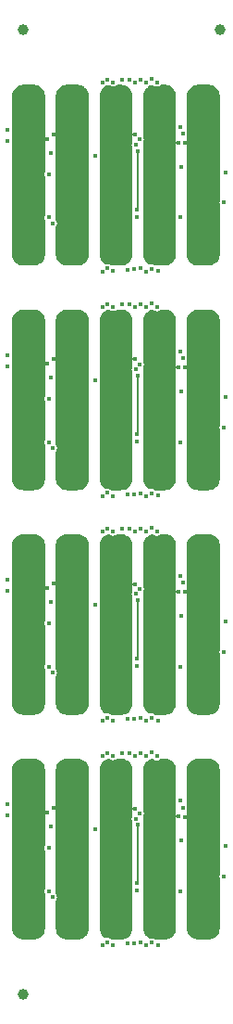
<source format=gbr>
%TF.GenerationSoftware,KiCad,Pcbnew,7.0.2-6a45011f42~172~ubuntu22.04.1*%
%TF.CreationDate,2023-05-08T14:44:33+01:00*%
%TF.ProjectId,panel,70616e65-6c2e-46b6-9963-61645f706362,rev?*%
%TF.SameCoordinates,Original*%
%TF.FileFunction,Copper,L4,Bot*%
%TF.FilePolarity,Positive*%
%FSLAX46Y46*%
G04 Gerber Fmt 4.6, Leading zero omitted, Abs format (unit mm)*
G04 Created by KiCad (PCBNEW 7.0.2-6a45011f42~172~ubuntu22.04.1) date 2023-05-08 14:44:33*
%MOMM*%
%LPD*%
G01*
G04 APERTURE LIST*
%TA.AperFunction,SMDPad,CuDef*%
%ADD10C,1.000000*%
%TD*%
%TA.AperFunction,ViaPad*%
%ADD11C,0.400000*%
%TD*%
%TA.AperFunction,Conductor*%
%ADD12C,0.127000*%
%TD*%
G04 APERTURE END LIST*
D10*
%TO.P,REF\u002A\u002A,*%
%TO.N,*%
X9000000Y-91000004D03*
%TD*%
%TO.P,REF\u002A\u002A,*%
%TO.N,*%
X27000001Y-3000000D03*
%TD*%
%TO.P,REF\u002A\u002A,*%
%TO.N,*%
X9000000Y-3000000D03*
%TD*%
D11*
%TO.N,Board_3-SCLK*%
X19250001Y-69260004D03*
X19130001Y-86340004D03*
%TO.N,Board_3-RESETB*%
X17250001Y-69250004D03*
X11360002Y-77650003D03*
X17227586Y-86509995D03*
%TO.N,Board_3-IN_ref*%
X19420001Y-80870004D03*
X19510001Y-75540004D03*
%TO.N,Board_3-IN5*%
X11220001Y-74460004D03*
X19350001Y-74980004D03*
%TO.N,Board_3-IN4*%
X19660001Y-74490004D03*
X11810001Y-74000004D03*
%TO.N,Board_3-IN3*%
X19260001Y-74060004D03*
%TO.N,Board_3-IN2*%
X23210001Y-74800004D03*
%TO.N,Board_3-IN1*%
X23790001Y-74810004D03*
%TO.N,Board_3-I2C_SDA*%
X16259931Y-86520248D03*
X7600002Y-74660003D03*
X16250001Y-69260004D03*
%TO.N,Board_3-I2C_SCL*%
X16740002Y-86250003D03*
X16739428Y-69010005D03*
%TO.N,Board_3-GND*%
X23510000Y-77000003D03*
X7590002Y-73640003D03*
X19420001Y-81540004D03*
X20750001Y-86284600D03*
X18020002Y-69020003D03*
X11360002Y-81600003D03*
X27380001Y-80250004D03*
X20750001Y-68930004D03*
%TO.N,Board_3-D_RDYB*%
X23360001Y-81600004D03*
X11690001Y-82140004D03*
%TO.N,Board_3-DOUT*%
X21250001Y-69260004D03*
X21340001Y-86500004D03*
%TO.N,Board_3-DIN*%
X20250001Y-69260004D03*
X20240001Y-86560004D03*
%TO.N,Board_3-AUX2*%
X19740001Y-86255226D03*
X19750001Y-69020004D03*
X27500001Y-77500004D03*
%TO.N,Board_3-AUX1*%
X18750001Y-69010004D03*
X23620001Y-73960004D03*
X18530001Y-86350004D03*
%TO.N,Board_3-+3.3V*%
X15640001Y-75950004D03*
X23370001Y-73340004D03*
X11500002Y-75730003D03*
%TO.N,Board_2-SCLK*%
X19130001Y-65840003D03*
X19250001Y-48760003D03*
%TO.N,Board_2-RESETB*%
X11360002Y-57150002D03*
X17227586Y-66009994D03*
X17250001Y-48750003D03*
%TO.N,Board_2-IN_ref*%
X19510001Y-55040003D03*
X19420001Y-60370003D03*
%TO.N,Board_2-IN5*%
X19350001Y-54480003D03*
X11220001Y-53960003D03*
%TO.N,Board_2-IN4*%
X19660001Y-53990003D03*
X11810001Y-53500003D03*
%TO.N,Board_2-IN3*%
X19260001Y-53560003D03*
%TO.N,Board_2-IN2*%
X23210001Y-54300003D03*
%TO.N,Board_2-IN1*%
X23790001Y-54310003D03*
%TO.N,Board_2-I2C_SDA*%
X16259931Y-66020247D03*
X16250001Y-48760003D03*
X7600002Y-54160002D03*
%TO.N,Board_2-I2C_SCL*%
X16739428Y-48510004D03*
X16740002Y-65750002D03*
%TO.N,Board_2-GND*%
X27380001Y-59750003D03*
X18020002Y-48520002D03*
X11360002Y-61100002D03*
X20750001Y-48430003D03*
X23510000Y-56500002D03*
X19420001Y-61040003D03*
X7590002Y-53140002D03*
X20750001Y-65784599D03*
%TO.N,Board_2-D_RDYB*%
X23360001Y-61100003D03*
X11690001Y-61640003D03*
%TO.N,Board_2-DOUT*%
X21340001Y-66000003D03*
X21250001Y-48760003D03*
%TO.N,Board_2-DIN*%
X20240001Y-66060003D03*
X20250001Y-48760003D03*
%TO.N,Board_2-AUX2*%
X27500001Y-57000003D03*
X19750001Y-48520003D03*
X19740001Y-65755225D03*
%TO.N,Board_2-AUX1*%
X18750001Y-48510003D03*
X18530001Y-65850003D03*
X23620001Y-53460003D03*
%TO.N,Board_2-+3.3V*%
X11500002Y-55230002D03*
X15640001Y-55450003D03*
X23370001Y-52840003D03*
%TO.N,Board_1-SCLK*%
X19250001Y-28260002D03*
X19130001Y-45340002D03*
%TO.N,Board_1-RESETB*%
X11360002Y-36650001D03*
X17227586Y-45509993D03*
X17250001Y-28250002D03*
%TO.N,Board_1-IN_ref*%
X19510001Y-34540002D03*
X19420001Y-39870002D03*
%TO.N,Board_1-IN5*%
X19350001Y-33980002D03*
X11220001Y-33460002D03*
%TO.N,Board_1-IN4*%
X19660001Y-33490002D03*
X11810001Y-33000002D03*
%TO.N,Board_1-IN3*%
X19260001Y-33060002D03*
%TO.N,Board_1-IN2*%
X23210001Y-33800002D03*
%TO.N,Board_1-IN1*%
X23790001Y-33810002D03*
%TO.N,Board_1-I2C_SDA*%
X16250001Y-28260002D03*
X7600002Y-33660001D03*
X16259931Y-45520246D03*
%TO.N,Board_1-I2C_SCL*%
X16739428Y-28010003D03*
X16740002Y-45250001D03*
%TO.N,Board_1-GND*%
X20750001Y-27930002D03*
X23510000Y-36000001D03*
X7590002Y-32640001D03*
X20750001Y-45284598D03*
X27380001Y-39250002D03*
X18020002Y-28020001D03*
X11360002Y-40600001D03*
X19420001Y-40540002D03*
%TO.N,Board_1-D_RDYB*%
X11690001Y-41140002D03*
X23360001Y-40600002D03*
%TO.N,Board_1-DOUT*%
X21340001Y-45500002D03*
X21250001Y-28260002D03*
%TO.N,Board_1-DIN*%
X20240001Y-45560002D03*
X20250001Y-28260002D03*
%TO.N,Board_1-AUX2*%
X19750001Y-28020002D03*
X19740001Y-45255224D03*
X27500001Y-36500002D03*
%TO.N,Board_1-AUX1*%
X18750001Y-28010002D03*
X23620001Y-32960002D03*
X18530001Y-45350002D03*
%TO.N,Board_1-+3.3V*%
X23370001Y-32340002D03*
X15640001Y-34950002D03*
X11500002Y-34730001D03*
%TO.N,Board_0-SCLK*%
X19130001Y-24840001D03*
X19250001Y-7760001D03*
%TO.N,Board_0-RESETB*%
X17250001Y-7750001D03*
X11360002Y-16150000D03*
X17227586Y-25009992D03*
%TO.N,Board_0-IN_ref*%
X19510001Y-14040001D03*
X19420001Y-19370001D03*
%TO.N,Board_0-IN5*%
X19350001Y-13480001D03*
X11220001Y-12960001D03*
%TO.N,Board_0-IN4*%
X11810001Y-12500001D03*
X19660001Y-12990001D03*
%TO.N,Board_0-IN3*%
X19260001Y-12560001D03*
%TO.N,Board_0-IN2*%
X23210001Y-13300001D03*
%TO.N,Board_0-IN1*%
X23790001Y-13310001D03*
%TO.N,Board_0-I2C_SDA*%
X16259931Y-25020245D03*
X16250001Y-7760001D03*
X7600002Y-13160000D03*
%TO.N,Board_0-I2C_SCL*%
X16739428Y-7510002D03*
X16740002Y-24750000D03*
%TO.N,Board_0-GND*%
X18020002Y-7520000D03*
X27380001Y-18750001D03*
X20750001Y-24784597D03*
X11360002Y-20100000D03*
X19420001Y-20040001D03*
X7590002Y-12140000D03*
X20750001Y-7430001D03*
X23510000Y-15500000D03*
%TO.N,Board_0-D_RDYB*%
X23360001Y-20100001D03*
X11690001Y-20640001D03*
%TO.N,Board_0-DOUT*%
X21250001Y-7760001D03*
X21340001Y-25000001D03*
%TO.N,Board_0-DIN*%
X20240001Y-25060001D03*
X20250001Y-7760001D03*
%TO.N,Board_0-AUX2*%
X19740001Y-24755223D03*
X19750001Y-7520001D03*
X27500001Y-16000001D03*
%TO.N,Board_0-AUX1*%
X18530001Y-24850001D03*
X23620001Y-12460001D03*
X18750001Y-7510001D03*
%TO.N,Board_0-+3.3V*%
X11500002Y-14230000D03*
X23370001Y-11840001D03*
X15640001Y-14450001D03*
%TD*%
D12*
%TO.N,Board_3-IN_ref*%
X19420001Y-80870004D02*
X19510001Y-80780004D01*
X19510001Y-80780004D02*
X19510001Y-75540004D01*
%TO.N,Board_3-IN5*%
X11220001Y-74460004D02*
X10860001Y-74460004D01*
%TO.N,Board_3-IN4*%
X11810001Y-74000004D02*
X12140001Y-74000004D01*
%TO.N,Board_3-IN3*%
X19260001Y-74060004D02*
X18840001Y-74060004D01*
%TO.N,Board_3-IN2*%
X23210001Y-74800004D02*
X22880001Y-74800004D01*
%TO.N,Board_3-IN1*%
X23790001Y-74810004D02*
X24120001Y-74810004D01*
%TO.N,Board_2-IN_ref*%
X19420001Y-60370003D02*
X19510001Y-60280003D01*
X19510001Y-60280003D02*
X19510001Y-55040003D01*
%TO.N,Board_2-IN5*%
X11220001Y-53960003D02*
X10860001Y-53960003D01*
%TO.N,Board_2-IN4*%
X11810001Y-53500003D02*
X12140001Y-53500003D01*
%TO.N,Board_2-IN3*%
X19260001Y-53560003D02*
X18840001Y-53560003D01*
%TO.N,Board_2-IN2*%
X23210001Y-54300003D02*
X22880001Y-54300003D01*
%TO.N,Board_2-IN1*%
X23790001Y-54310003D02*
X24120001Y-54310003D01*
%TO.N,Board_1-IN_ref*%
X19510001Y-39780002D02*
X19510001Y-34540002D01*
X19420001Y-39870002D02*
X19510001Y-39780002D01*
%TO.N,Board_1-IN5*%
X11220001Y-33460002D02*
X10860001Y-33460002D01*
%TO.N,Board_1-IN4*%
X11810001Y-33000002D02*
X12140001Y-33000002D01*
%TO.N,Board_1-IN3*%
X19260001Y-33060002D02*
X18840001Y-33060002D01*
%TO.N,Board_1-IN2*%
X23210001Y-33800002D02*
X22880001Y-33800002D01*
%TO.N,Board_1-IN1*%
X23790001Y-33810002D02*
X24120001Y-33810002D01*
%TO.N,Board_0-IN_ref*%
X19510001Y-19280001D02*
X19510001Y-14040001D01*
X19420001Y-19370001D02*
X19510001Y-19280001D01*
%TO.N,Board_0-IN5*%
X11220001Y-12960001D02*
X10860001Y-12960001D01*
%TO.N,Board_0-IN4*%
X11810001Y-12500001D02*
X12140001Y-12500001D01*
%TO.N,Board_0-IN3*%
X19260001Y-12560001D02*
X18840001Y-12560001D01*
%TO.N,Board_0-IN2*%
X23210001Y-13300001D02*
X22880001Y-13300001D01*
%TO.N,Board_0-IN1*%
X23790001Y-13310001D02*
X24120001Y-13310001D01*
%TD*%
%TA.AperFunction,Conductor*%
%TO.N,Board_1-IN5*%
G36*
X10006163Y-28500608D02*
G01*
X10182741Y-28518000D01*
X10206960Y-28522817D01*
X10370816Y-28572522D01*
X10393623Y-28581969D01*
X10519154Y-28649066D01*
X10544628Y-28662683D01*
X10565166Y-28676406D01*
X10697515Y-28785022D01*
X10714980Y-28802487D01*
X10823596Y-28934836D01*
X10837319Y-28955374D01*
X10918030Y-29106372D01*
X10927483Y-29129193D01*
X10977184Y-29293039D01*
X10982002Y-29317263D01*
X10999394Y-29493838D01*
X11000001Y-29506189D01*
X11000001Y-36444115D01*
X10986268Y-36501317D01*
X10974356Y-36524695D01*
X10954509Y-36650001D01*
X10974355Y-36775304D01*
X10974356Y-36775305D01*
X10986267Y-36798682D01*
X11000001Y-36855885D01*
X11000001Y-40394115D01*
X10986268Y-40451317D01*
X10974356Y-40474695D01*
X10954509Y-40600001D01*
X10974355Y-40725304D01*
X10974356Y-40725305D01*
X10986267Y-40748682D01*
X11000001Y-40805885D01*
X11000001Y-43993814D01*
X10999394Y-44006165D01*
X10982002Y-44182740D01*
X10977184Y-44206964D01*
X10927483Y-44370810D01*
X10918030Y-44393631D01*
X10837319Y-44544629D01*
X10823596Y-44565167D01*
X10714980Y-44697516D01*
X10697515Y-44714981D01*
X10565166Y-44823597D01*
X10544628Y-44837320D01*
X10393630Y-44918031D01*
X10370809Y-44927484D01*
X10206963Y-44977185D01*
X10182739Y-44982003D01*
X10034274Y-44996626D01*
X10006162Y-44999395D01*
X9993814Y-45000002D01*
X9006188Y-45000002D01*
X8993839Y-44999395D01*
X8961096Y-44996170D01*
X8817262Y-44982003D01*
X8793038Y-44977185D01*
X8629192Y-44927484D01*
X8606373Y-44918032D01*
X8558012Y-44892182D01*
X8455373Y-44837320D01*
X8434835Y-44823597D01*
X8302486Y-44714981D01*
X8285021Y-44697516D01*
X8176405Y-44565167D01*
X8162682Y-44544629D01*
X8149065Y-44519155D01*
X8081968Y-44393624D01*
X8072521Y-44370817D01*
X8022816Y-44206961D01*
X8017999Y-44182739D01*
X8000608Y-44006164D01*
X8000001Y-43993814D01*
X8000001Y-33704600D01*
X8001552Y-33684889D01*
X8005494Y-33660000D01*
X8001552Y-33635112D01*
X8000001Y-33615401D01*
X8000001Y-29506189D01*
X8000608Y-29493839D01*
X8017999Y-29317264D01*
X8018000Y-29317263D01*
X8017999Y-29317259D01*
X8022815Y-29293044D01*
X8072522Y-29129183D01*
X8081966Y-29106382D01*
X8162683Y-28955371D01*
X8176399Y-28934844D01*
X8285026Y-28802481D01*
X8302480Y-28785027D01*
X8434843Y-28676400D01*
X8455370Y-28662684D01*
X8606381Y-28581967D01*
X8629182Y-28572523D01*
X8793043Y-28522816D01*
X8817258Y-28518000D01*
X8993838Y-28500608D01*
X9006188Y-28500002D01*
X9993814Y-28500002D01*
X10006163Y-28500608D01*
G37*
%TD.AperFunction*%
%TD*%
%TA.AperFunction,Conductor*%
%TO.N,Board_2-IN3*%
G36*
X18006163Y-49000609D02*
G01*
X18182741Y-49018001D01*
X18206960Y-49022818D01*
X18370816Y-49072523D01*
X18393623Y-49081970D01*
X18519154Y-49149067D01*
X18544628Y-49162684D01*
X18565166Y-49176407D01*
X18697515Y-49285023D01*
X18714980Y-49302488D01*
X18823596Y-49434837D01*
X18837319Y-49455375D01*
X18918030Y-49606373D01*
X18927483Y-49629194D01*
X18977184Y-49793040D01*
X18982002Y-49817264D01*
X18999394Y-49993839D01*
X19000001Y-50006190D01*
X19000001Y-54254489D01*
X18986268Y-54311691D01*
X18964355Y-54354697D01*
X18944508Y-54480003D01*
X18964355Y-54605308D01*
X18986267Y-54648311D01*
X19000001Y-54705515D01*
X19000001Y-64493815D01*
X18999394Y-64506166D01*
X18982002Y-64682741D01*
X18977184Y-64706965D01*
X18927483Y-64870811D01*
X18918030Y-64893632D01*
X18837319Y-65044630D01*
X18823596Y-65065168D01*
X18714980Y-65197517D01*
X18697515Y-65214982D01*
X18565166Y-65323598D01*
X18544628Y-65337321D01*
X18393630Y-65418032D01*
X18370809Y-65427485D01*
X18206963Y-65477186D01*
X18182739Y-65482004D01*
X18034274Y-65496627D01*
X18006162Y-65499396D01*
X17993814Y-65500003D01*
X17108585Y-65500003D01*
X17040464Y-65480001D01*
X17019494Y-65463102D01*
X16978344Y-65421952D01*
X16978343Y-65421951D01*
X16865306Y-65364356D01*
X16740002Y-65344509D01*
X16626243Y-65362527D01*
X16614698Y-65364356D01*
X16614697Y-65364356D01*
X16594988Y-65367478D01*
X16594932Y-65367127D01*
X16547837Y-65375969D01*
X16501025Y-65361722D01*
X16455377Y-65337324D01*
X16434845Y-65323606D01*
X16302485Y-65214981D01*
X16285021Y-65197517D01*
X16176405Y-65065168D01*
X16162682Y-65044630D01*
X16149065Y-65019156D01*
X16081968Y-64893625D01*
X16072521Y-64870818D01*
X16022816Y-64706962D01*
X16017999Y-64682740D01*
X16000608Y-64506165D01*
X16000001Y-64493815D01*
X16000001Y-55655889D01*
X16013734Y-55598686D01*
X16025647Y-55575307D01*
X16045493Y-55450003D01*
X16025647Y-55324699D01*
X16025646Y-55324697D01*
X16013734Y-55301317D01*
X16000001Y-55244115D01*
X16000001Y-50006190D01*
X16000608Y-49993840D01*
X16017999Y-49817265D01*
X16018000Y-49817264D01*
X16017999Y-49817260D01*
X16022815Y-49793045D01*
X16072522Y-49629184D01*
X16081966Y-49606383D01*
X16162683Y-49455372D01*
X16176399Y-49434845D01*
X16285026Y-49302482D01*
X16302480Y-49285028D01*
X16434843Y-49176401D01*
X16455370Y-49162685D01*
X16606381Y-49081968D01*
X16629182Y-49072524D01*
X16793043Y-49022817D01*
X16817254Y-49018002D01*
X16880257Y-49011796D01*
X16950007Y-49025024D01*
X16981701Y-49048095D01*
X17011657Y-49078052D01*
X17011659Y-49078053D01*
X17124697Y-49135649D01*
X17230154Y-49152351D01*
X17250000Y-49155495D01*
X17250000Y-49155494D01*
X17250001Y-49155495D01*
X17375305Y-49135649D01*
X17488343Y-49078053D01*
X17529489Y-49036906D01*
X17591799Y-49002883D01*
X17618583Y-49000003D01*
X17993814Y-49000003D01*
X18006163Y-49000609D01*
G37*
%TD.AperFunction*%
%TD*%
%TA.AperFunction,Conductor*%
%TO.N,Board_0-IN1*%
G36*
X26006163Y-8000607D02*
G01*
X26182741Y-8017999D01*
X26206960Y-8022816D01*
X26370816Y-8072521D01*
X26393623Y-8081968D01*
X26519154Y-8149065D01*
X26544628Y-8162682D01*
X26565166Y-8176405D01*
X26697515Y-8285021D01*
X26714980Y-8302486D01*
X26823596Y-8434835D01*
X26837319Y-8455373D01*
X26918030Y-8606371D01*
X26927483Y-8629192D01*
X26977184Y-8793038D01*
X26982002Y-8817262D01*
X26999394Y-8993837D01*
X27000001Y-9006188D01*
X27000001Y-18583366D01*
X26994908Y-18604580D01*
X26997477Y-18604987D01*
X26974508Y-18750001D01*
X26997477Y-18895017D01*
X26994906Y-18895424D01*
X27000001Y-18916637D01*
X27000001Y-23493813D01*
X26999394Y-23506164D01*
X26982002Y-23682739D01*
X26977184Y-23706963D01*
X26927483Y-23870809D01*
X26918030Y-23893630D01*
X26837319Y-24044628D01*
X26823596Y-24065166D01*
X26714980Y-24197515D01*
X26697515Y-24214980D01*
X26565166Y-24323596D01*
X26544628Y-24337319D01*
X26393630Y-24418030D01*
X26370809Y-24427483D01*
X26206963Y-24477184D01*
X26182739Y-24482002D01*
X26034274Y-24496625D01*
X26006162Y-24499394D01*
X25993814Y-24500001D01*
X25006188Y-24500001D01*
X24993839Y-24499394D01*
X24961096Y-24496169D01*
X24817262Y-24482002D01*
X24793038Y-24477184D01*
X24629192Y-24427483D01*
X24606373Y-24418031D01*
X24558012Y-24392181D01*
X24455373Y-24337319D01*
X24434835Y-24323596D01*
X24302486Y-24214980D01*
X24285021Y-24197515D01*
X24176405Y-24065166D01*
X24162682Y-24044628D01*
X24149065Y-24019154D01*
X24081968Y-23893623D01*
X24072521Y-23870816D01*
X24022816Y-23706960D01*
X24017999Y-23682738D01*
X24000608Y-23506163D01*
X24000001Y-23493813D01*
X24000001Y-12626637D01*
X24005095Y-12605424D01*
X24002525Y-12605017D01*
X24025493Y-12460001D01*
X24002525Y-12314987D01*
X24005093Y-12314580D01*
X24000001Y-12293366D01*
X24000001Y-9006188D01*
X24000608Y-8993838D01*
X24017999Y-8817263D01*
X24018000Y-8817262D01*
X24017999Y-8817258D01*
X24022815Y-8793043D01*
X24072522Y-8629182D01*
X24081966Y-8606381D01*
X24162683Y-8455370D01*
X24176399Y-8434843D01*
X24285026Y-8302480D01*
X24302480Y-8285026D01*
X24434843Y-8176399D01*
X24455370Y-8162683D01*
X24606381Y-8081966D01*
X24629182Y-8072522D01*
X24793043Y-8022815D01*
X24817258Y-8017999D01*
X24993838Y-8000607D01*
X25006188Y-8000001D01*
X25993814Y-8000001D01*
X26006163Y-8000607D01*
G37*
%TD.AperFunction*%
%TD*%
%TA.AperFunction,Conductor*%
%TO.N,Board_3-IN3*%
G36*
X18006163Y-69500610D02*
G01*
X18182741Y-69518002D01*
X18206960Y-69522819D01*
X18370816Y-69572524D01*
X18393623Y-69581971D01*
X18519154Y-69649068D01*
X18544628Y-69662685D01*
X18565166Y-69676408D01*
X18697515Y-69785024D01*
X18714980Y-69802489D01*
X18823596Y-69934838D01*
X18837319Y-69955376D01*
X18918030Y-70106374D01*
X18927483Y-70129195D01*
X18977184Y-70293041D01*
X18982002Y-70317265D01*
X18999394Y-70493840D01*
X19000001Y-70506191D01*
X19000001Y-74754490D01*
X18986268Y-74811692D01*
X18964355Y-74854698D01*
X18944508Y-74980004D01*
X18964355Y-75105309D01*
X18986267Y-75148312D01*
X19000001Y-75205516D01*
X19000001Y-84993816D01*
X18999394Y-85006167D01*
X18982002Y-85182742D01*
X18977184Y-85206966D01*
X18927483Y-85370812D01*
X18918030Y-85393633D01*
X18837319Y-85544631D01*
X18823596Y-85565169D01*
X18714980Y-85697518D01*
X18697515Y-85714983D01*
X18565166Y-85823599D01*
X18544628Y-85837322D01*
X18393630Y-85918033D01*
X18370809Y-85927486D01*
X18206963Y-85977187D01*
X18182739Y-85982005D01*
X18034274Y-85996628D01*
X18006162Y-85999397D01*
X17993814Y-86000004D01*
X17108585Y-86000004D01*
X17040464Y-85980002D01*
X17019494Y-85963103D01*
X16978344Y-85921953D01*
X16978343Y-85921952D01*
X16865306Y-85864357D01*
X16740002Y-85844510D01*
X16626243Y-85862528D01*
X16614698Y-85864357D01*
X16614697Y-85864357D01*
X16594988Y-85867479D01*
X16594932Y-85867128D01*
X16547837Y-85875970D01*
X16501025Y-85861723D01*
X16455377Y-85837325D01*
X16434845Y-85823607D01*
X16302485Y-85714982D01*
X16285021Y-85697518D01*
X16176405Y-85565169D01*
X16162682Y-85544631D01*
X16149065Y-85519157D01*
X16081968Y-85393626D01*
X16072521Y-85370819D01*
X16022816Y-85206963D01*
X16017999Y-85182741D01*
X16000608Y-85006166D01*
X16000001Y-84993816D01*
X16000001Y-76155890D01*
X16013734Y-76098687D01*
X16025647Y-76075308D01*
X16045493Y-75950004D01*
X16025647Y-75824700D01*
X16025646Y-75824698D01*
X16013734Y-75801318D01*
X16000001Y-75744116D01*
X16000001Y-70506191D01*
X16000608Y-70493841D01*
X16017999Y-70317266D01*
X16018000Y-70317265D01*
X16017999Y-70317261D01*
X16022815Y-70293046D01*
X16072522Y-70129185D01*
X16081966Y-70106384D01*
X16162683Y-69955373D01*
X16176399Y-69934846D01*
X16285026Y-69802483D01*
X16302480Y-69785029D01*
X16434843Y-69676402D01*
X16455370Y-69662686D01*
X16606381Y-69581969D01*
X16629182Y-69572525D01*
X16793043Y-69522818D01*
X16817254Y-69518003D01*
X16880257Y-69511797D01*
X16950007Y-69525025D01*
X16981701Y-69548096D01*
X17011657Y-69578053D01*
X17011659Y-69578054D01*
X17124697Y-69635650D01*
X17250001Y-69655496D01*
X17375305Y-69635650D01*
X17488343Y-69578054D01*
X17529489Y-69536907D01*
X17591799Y-69502884D01*
X17618583Y-69500004D01*
X17993814Y-69500004D01*
X18006163Y-69500610D01*
G37*
%TD.AperFunction*%
%TD*%
%TA.AperFunction,Conductor*%
%TO.N,Board_0-IN4*%
G36*
X14006163Y-8000607D02*
G01*
X14182741Y-8017999D01*
X14206960Y-8022816D01*
X14370816Y-8072521D01*
X14393623Y-8081968D01*
X14519154Y-8149065D01*
X14544628Y-8162682D01*
X14565166Y-8176405D01*
X14697515Y-8285021D01*
X14714980Y-8302486D01*
X14823596Y-8434835D01*
X14837319Y-8455373D01*
X14918030Y-8606371D01*
X14927483Y-8629192D01*
X14977184Y-8793038D01*
X14982002Y-8817262D01*
X14999394Y-8993837D01*
X15000001Y-9006188D01*
X15000001Y-23493813D01*
X14999394Y-23506164D01*
X14982002Y-23682739D01*
X14977184Y-23706963D01*
X14927483Y-23870809D01*
X14918030Y-23893630D01*
X14837319Y-24044628D01*
X14823596Y-24065166D01*
X14714980Y-24197515D01*
X14697515Y-24214980D01*
X14565166Y-24323596D01*
X14544628Y-24337319D01*
X14393630Y-24418030D01*
X14370809Y-24427483D01*
X14206963Y-24477184D01*
X14182739Y-24482002D01*
X14034274Y-24496625D01*
X14006162Y-24499394D01*
X13993814Y-24500001D01*
X13006188Y-24500001D01*
X12993839Y-24499394D01*
X12961096Y-24496169D01*
X12817262Y-24482002D01*
X12793038Y-24477184D01*
X12629192Y-24427483D01*
X12606373Y-24418031D01*
X12558012Y-24392181D01*
X12455373Y-24337319D01*
X12434835Y-24323596D01*
X12302486Y-24214980D01*
X12285021Y-24197515D01*
X12176405Y-24065166D01*
X12162682Y-24044628D01*
X12149065Y-24019154D01*
X12081968Y-23893623D01*
X12072521Y-23870816D01*
X12022816Y-23706960D01*
X12017999Y-23682738D01*
X12000608Y-23506163D01*
X12000001Y-23493813D01*
X12000001Y-20944018D01*
X12013734Y-20886815D01*
X12018051Y-20878343D01*
X12075647Y-20765305D01*
X12095493Y-20640001D01*
X12075647Y-20514697D01*
X12050933Y-20466194D01*
X12013734Y-20393185D01*
X12000001Y-20335982D01*
X12000001Y-9006188D01*
X12000608Y-8993838D01*
X12017999Y-8817263D01*
X12018000Y-8817262D01*
X12017999Y-8817258D01*
X12022815Y-8793043D01*
X12072522Y-8629182D01*
X12081966Y-8606381D01*
X12162683Y-8455370D01*
X12176399Y-8434843D01*
X12285026Y-8302480D01*
X12302480Y-8285026D01*
X12434843Y-8176399D01*
X12455370Y-8162683D01*
X12606381Y-8081966D01*
X12629182Y-8072522D01*
X12793043Y-8022815D01*
X12817258Y-8017999D01*
X12993838Y-8000607D01*
X13006188Y-8000001D01*
X13993814Y-8000001D01*
X14006163Y-8000607D01*
G37*
%TD.AperFunction*%
%TD*%
%TA.AperFunction,Conductor*%
%TO.N,Board_0-IN2*%
G36*
X22006163Y-8000607D02*
G01*
X22182741Y-8017999D01*
X22206960Y-8022816D01*
X22370816Y-8072521D01*
X22393623Y-8081968D01*
X22512756Y-8145646D01*
X22544628Y-8162682D01*
X22565166Y-8176405D01*
X22697515Y-8285021D01*
X22714980Y-8302486D01*
X22823596Y-8434835D01*
X22837319Y-8455373D01*
X22918030Y-8606371D01*
X22927483Y-8629192D01*
X22977184Y-8793038D01*
X22982002Y-8817262D01*
X22999394Y-8993837D01*
X23000001Y-9006188D01*
X23000001Y-11653739D01*
X22986269Y-11710939D01*
X22984355Y-11714694D01*
X22964508Y-11840001D01*
X22981641Y-11948171D01*
X22984355Y-11965305D01*
X22986266Y-11969055D01*
X23000001Y-12026261D01*
X23000001Y-19894113D01*
X22986268Y-19951315D01*
X22974355Y-19974695D01*
X22954508Y-20100001D01*
X22974354Y-20225304D01*
X22974355Y-20225305D01*
X22986267Y-20248684D01*
X23000001Y-20305887D01*
X23000001Y-23493813D01*
X22999394Y-23506164D01*
X22982002Y-23682739D01*
X22977184Y-23706963D01*
X22927483Y-23870809D01*
X22918030Y-23893630D01*
X22837319Y-24044628D01*
X22823596Y-24065166D01*
X22714980Y-24197515D01*
X22697515Y-24214980D01*
X22565166Y-24323596D01*
X22544628Y-24337319D01*
X22393630Y-24418030D01*
X22370809Y-24427483D01*
X22206963Y-24477184D01*
X22182739Y-24482002D01*
X22034274Y-24496625D01*
X22006162Y-24499394D01*
X21993814Y-24500001D01*
X21083988Y-24500001D01*
X21015867Y-24479999D01*
X20994893Y-24463096D01*
X20988345Y-24456548D01*
X20875305Y-24398951D01*
X20750000Y-24379104D01*
X20624816Y-24398932D01*
X20554404Y-24389832D01*
X20545709Y-24385605D01*
X20455373Y-24337319D01*
X20434835Y-24323596D01*
X20302486Y-24214980D01*
X20285021Y-24197515D01*
X20176405Y-24065166D01*
X20162682Y-24044628D01*
X20149065Y-24019154D01*
X20081968Y-23893623D01*
X20072521Y-23870816D01*
X20022816Y-23706960D01*
X20017999Y-23682738D01*
X20000608Y-23506163D01*
X20000001Y-23493813D01*
X20000001Y-13235138D01*
X20013733Y-13177937D01*
X20045647Y-13115305D01*
X20065493Y-12990001D01*
X20045647Y-12864697D01*
X20045646Y-12864695D01*
X20013734Y-12802063D01*
X20000001Y-12744861D01*
X20000001Y-9006188D01*
X20000608Y-8993838D01*
X20017999Y-8817263D01*
X20018000Y-8817262D01*
X20017999Y-8817258D01*
X20022815Y-8793043D01*
X20072522Y-8629182D01*
X20081966Y-8606381D01*
X20162683Y-8455370D01*
X20176399Y-8434843D01*
X20285026Y-8302480D01*
X20302480Y-8285026D01*
X20434843Y-8176399D01*
X20455370Y-8162683D01*
X20606381Y-8081966D01*
X20629182Y-8072522D01*
X20793043Y-8022815D01*
X20817256Y-8018000D01*
X20871153Y-8012691D01*
X20940904Y-8025919D01*
X20972594Y-8048986D01*
X21011659Y-8088051D01*
X21124697Y-8145647D01*
X21250001Y-8165493D01*
X21375305Y-8145647D01*
X21488343Y-8088051D01*
X21539489Y-8036904D01*
X21601799Y-8002881D01*
X21628583Y-8000001D01*
X21993814Y-8000001D01*
X22006163Y-8000607D01*
G37*
%TD.AperFunction*%
%TD*%
%TA.AperFunction,Conductor*%
%TO.N,Board_2-IN1*%
G36*
X26006163Y-49000609D02*
G01*
X26182741Y-49018001D01*
X26206960Y-49022818D01*
X26370816Y-49072523D01*
X26393623Y-49081970D01*
X26519154Y-49149067D01*
X26544628Y-49162684D01*
X26565166Y-49176407D01*
X26697515Y-49285023D01*
X26714980Y-49302488D01*
X26823596Y-49434837D01*
X26837319Y-49455375D01*
X26918030Y-49606373D01*
X26927483Y-49629194D01*
X26977184Y-49793040D01*
X26982002Y-49817264D01*
X26999394Y-49993839D01*
X27000001Y-50006190D01*
X27000001Y-59583368D01*
X26994908Y-59604582D01*
X26997477Y-59604989D01*
X26974508Y-59750003D01*
X26997477Y-59895019D01*
X26994906Y-59895426D01*
X27000001Y-59916639D01*
X27000001Y-64493815D01*
X26999394Y-64506166D01*
X26982002Y-64682741D01*
X26977184Y-64706965D01*
X26927483Y-64870811D01*
X26918030Y-64893632D01*
X26837319Y-65044630D01*
X26823596Y-65065168D01*
X26714980Y-65197517D01*
X26697515Y-65214982D01*
X26565166Y-65323598D01*
X26544628Y-65337321D01*
X26393630Y-65418032D01*
X26370809Y-65427485D01*
X26206963Y-65477186D01*
X26182739Y-65482004D01*
X26034274Y-65496627D01*
X26006162Y-65499396D01*
X25993814Y-65500003D01*
X25006188Y-65500003D01*
X24993839Y-65499396D01*
X24961096Y-65496171D01*
X24817262Y-65482004D01*
X24793038Y-65477186D01*
X24629192Y-65427485D01*
X24606373Y-65418033D01*
X24558012Y-65392183D01*
X24455373Y-65337321D01*
X24434835Y-65323598D01*
X24302486Y-65214982D01*
X24285021Y-65197517D01*
X24176405Y-65065168D01*
X24162682Y-65044630D01*
X24149065Y-65019156D01*
X24081968Y-64893625D01*
X24072521Y-64870818D01*
X24022816Y-64706962D01*
X24017999Y-64682740D01*
X24000608Y-64506165D01*
X24000001Y-64493815D01*
X24000001Y-53626639D01*
X24005095Y-53605426D01*
X24002525Y-53605019D01*
X24025493Y-53460003D01*
X24002525Y-53314989D01*
X24005093Y-53314582D01*
X24000001Y-53293368D01*
X24000001Y-50006190D01*
X24000608Y-49993840D01*
X24017999Y-49817265D01*
X24018000Y-49817264D01*
X24017999Y-49817260D01*
X24022815Y-49793045D01*
X24072522Y-49629184D01*
X24081966Y-49606383D01*
X24162683Y-49455372D01*
X24176399Y-49434845D01*
X24285026Y-49302482D01*
X24302480Y-49285028D01*
X24434843Y-49176401D01*
X24455370Y-49162685D01*
X24606381Y-49081968D01*
X24629182Y-49072524D01*
X24793043Y-49022817D01*
X24817258Y-49018001D01*
X24993838Y-49000609D01*
X25006188Y-49000003D01*
X25993814Y-49000003D01*
X26006163Y-49000609D01*
G37*
%TD.AperFunction*%
%TD*%
%TA.AperFunction,Conductor*%
%TO.N,Board_1-IN4*%
G36*
X14006163Y-28500608D02*
G01*
X14182741Y-28518000D01*
X14206960Y-28522817D01*
X14370816Y-28572522D01*
X14393623Y-28581969D01*
X14519154Y-28649066D01*
X14544628Y-28662683D01*
X14565166Y-28676406D01*
X14697515Y-28785022D01*
X14714980Y-28802487D01*
X14823596Y-28934836D01*
X14837319Y-28955374D01*
X14918030Y-29106372D01*
X14927483Y-29129193D01*
X14977184Y-29293039D01*
X14982002Y-29317263D01*
X14999394Y-29493838D01*
X15000001Y-29506189D01*
X15000001Y-43993814D01*
X14999394Y-44006165D01*
X14982002Y-44182740D01*
X14977184Y-44206964D01*
X14927483Y-44370810D01*
X14918030Y-44393631D01*
X14837319Y-44544629D01*
X14823596Y-44565167D01*
X14714980Y-44697516D01*
X14697515Y-44714981D01*
X14565166Y-44823597D01*
X14544628Y-44837320D01*
X14393630Y-44918031D01*
X14370809Y-44927484D01*
X14206963Y-44977185D01*
X14182739Y-44982003D01*
X14034274Y-44996626D01*
X14006162Y-44999395D01*
X13993814Y-45000002D01*
X13006188Y-45000002D01*
X12993839Y-44999395D01*
X12961096Y-44996170D01*
X12817262Y-44982003D01*
X12793038Y-44977185D01*
X12629192Y-44927484D01*
X12606373Y-44918032D01*
X12558012Y-44892182D01*
X12455373Y-44837320D01*
X12434835Y-44823597D01*
X12302486Y-44714981D01*
X12285021Y-44697516D01*
X12176405Y-44565167D01*
X12162682Y-44544629D01*
X12149065Y-44519155D01*
X12081968Y-44393624D01*
X12072521Y-44370817D01*
X12022816Y-44206961D01*
X12017999Y-44182739D01*
X12000608Y-44006164D01*
X12000001Y-43993814D01*
X12000001Y-41444019D01*
X12013734Y-41386816D01*
X12018051Y-41378344D01*
X12075647Y-41265306D01*
X12095493Y-41140002D01*
X12075647Y-41014698D01*
X12050933Y-40966195D01*
X12013734Y-40893186D01*
X12000001Y-40835983D01*
X12000001Y-29506189D01*
X12000608Y-29493839D01*
X12017999Y-29317264D01*
X12018000Y-29317263D01*
X12017999Y-29317259D01*
X12022815Y-29293044D01*
X12072522Y-29129183D01*
X12081966Y-29106382D01*
X12162683Y-28955371D01*
X12176399Y-28934844D01*
X12285026Y-28802481D01*
X12302480Y-28785027D01*
X12434843Y-28676400D01*
X12455370Y-28662684D01*
X12606381Y-28581967D01*
X12629182Y-28572523D01*
X12793043Y-28522816D01*
X12817258Y-28518000D01*
X12993838Y-28500608D01*
X13006188Y-28500002D01*
X13993814Y-28500002D01*
X14006163Y-28500608D01*
G37*
%TD.AperFunction*%
%TD*%
%TA.AperFunction,Conductor*%
%TO.N,Board_1-IN2*%
G36*
X22006163Y-28500608D02*
G01*
X22182741Y-28518000D01*
X22206960Y-28522817D01*
X22370816Y-28572522D01*
X22393623Y-28581969D01*
X22512756Y-28645647D01*
X22544628Y-28662683D01*
X22565166Y-28676406D01*
X22697515Y-28785022D01*
X22714980Y-28802487D01*
X22823596Y-28934836D01*
X22837319Y-28955374D01*
X22918030Y-29106372D01*
X22927483Y-29129193D01*
X22977184Y-29293039D01*
X22982002Y-29317263D01*
X22999394Y-29493838D01*
X23000001Y-29506189D01*
X23000001Y-32153740D01*
X22986269Y-32210940D01*
X22984355Y-32214695D01*
X22964508Y-32340002D01*
X22981641Y-32448172D01*
X22984355Y-32465306D01*
X22986266Y-32469056D01*
X23000001Y-32526262D01*
X23000001Y-40394114D01*
X22986268Y-40451316D01*
X22974355Y-40474696D01*
X22954508Y-40600002D01*
X22974354Y-40725305D01*
X22974355Y-40725306D01*
X22986267Y-40748685D01*
X23000001Y-40805888D01*
X23000001Y-43993814D01*
X22999394Y-44006165D01*
X22982002Y-44182740D01*
X22977184Y-44206964D01*
X22927483Y-44370810D01*
X22918030Y-44393631D01*
X22837319Y-44544629D01*
X22823596Y-44565167D01*
X22714980Y-44697516D01*
X22697515Y-44714981D01*
X22565166Y-44823597D01*
X22544628Y-44837320D01*
X22393630Y-44918031D01*
X22370809Y-44927484D01*
X22206963Y-44977185D01*
X22182739Y-44982003D01*
X22034274Y-44996626D01*
X22006162Y-44999395D01*
X21993814Y-45000002D01*
X21083988Y-45000002D01*
X21015867Y-44980000D01*
X20994893Y-44963097D01*
X20988345Y-44956549D01*
X20875305Y-44898952D01*
X20750000Y-44879105D01*
X20624816Y-44898933D01*
X20554404Y-44889833D01*
X20545709Y-44885606D01*
X20455373Y-44837320D01*
X20434835Y-44823597D01*
X20302486Y-44714981D01*
X20285021Y-44697516D01*
X20176405Y-44565167D01*
X20162682Y-44544629D01*
X20149065Y-44519155D01*
X20081968Y-44393624D01*
X20072521Y-44370817D01*
X20022816Y-44206961D01*
X20017999Y-44182739D01*
X20000608Y-44006164D01*
X20000001Y-43993814D01*
X20000001Y-33735139D01*
X20013733Y-33677938D01*
X20045647Y-33615306D01*
X20065493Y-33490002D01*
X20045647Y-33364698D01*
X20045646Y-33364696D01*
X20013734Y-33302064D01*
X20000001Y-33244862D01*
X20000001Y-29506189D01*
X20000608Y-29493839D01*
X20017999Y-29317264D01*
X20018000Y-29317263D01*
X20017999Y-29317259D01*
X20022815Y-29293044D01*
X20072522Y-29129183D01*
X20081966Y-29106382D01*
X20162683Y-28955371D01*
X20176399Y-28934844D01*
X20285026Y-28802481D01*
X20302480Y-28785027D01*
X20434843Y-28676400D01*
X20455370Y-28662684D01*
X20606381Y-28581967D01*
X20629182Y-28572523D01*
X20793043Y-28522816D01*
X20817256Y-28518001D01*
X20871153Y-28512692D01*
X20940904Y-28525920D01*
X20972594Y-28548987D01*
X21011659Y-28588052D01*
X21124697Y-28645648D01*
X21250001Y-28665494D01*
X21375305Y-28645648D01*
X21488343Y-28588052D01*
X21539489Y-28536905D01*
X21601799Y-28502882D01*
X21628583Y-28500002D01*
X21993814Y-28500002D01*
X22006163Y-28500608D01*
G37*
%TD.AperFunction*%
%TD*%
%TA.AperFunction,Conductor*%
%TO.N,Board_3-IN2*%
G36*
X22006163Y-69500610D02*
G01*
X22182741Y-69518002D01*
X22206960Y-69522819D01*
X22370816Y-69572524D01*
X22393623Y-69581971D01*
X22512756Y-69645649D01*
X22544628Y-69662685D01*
X22565166Y-69676408D01*
X22697515Y-69785024D01*
X22714980Y-69802489D01*
X22823596Y-69934838D01*
X22837319Y-69955376D01*
X22918030Y-70106374D01*
X22927483Y-70129195D01*
X22977184Y-70293041D01*
X22982002Y-70317265D01*
X22999394Y-70493840D01*
X23000001Y-70506191D01*
X23000001Y-73153742D01*
X22986269Y-73210942D01*
X22984355Y-73214697D01*
X22964508Y-73340004D01*
X22981641Y-73448174D01*
X22984355Y-73465308D01*
X22986266Y-73469058D01*
X23000001Y-73526264D01*
X23000001Y-81394116D01*
X22986268Y-81451318D01*
X22974355Y-81474698D01*
X22954508Y-81600004D01*
X22974354Y-81725307D01*
X22974355Y-81725308D01*
X22986267Y-81748687D01*
X23000001Y-81805890D01*
X23000001Y-84993816D01*
X22999394Y-85006167D01*
X22982002Y-85182742D01*
X22977184Y-85206966D01*
X22927483Y-85370812D01*
X22918030Y-85393633D01*
X22837319Y-85544631D01*
X22823596Y-85565169D01*
X22714980Y-85697518D01*
X22697515Y-85714983D01*
X22565166Y-85823599D01*
X22544628Y-85837322D01*
X22393630Y-85918033D01*
X22370809Y-85927486D01*
X22206963Y-85977187D01*
X22182739Y-85982005D01*
X22034274Y-85996628D01*
X22006162Y-85999397D01*
X21993814Y-86000004D01*
X21083988Y-86000004D01*
X21015867Y-85980002D01*
X20994893Y-85963099D01*
X20988345Y-85956551D01*
X20875305Y-85898954D01*
X20750000Y-85879107D01*
X20624816Y-85898935D01*
X20554404Y-85889835D01*
X20545709Y-85885608D01*
X20455373Y-85837322D01*
X20434835Y-85823599D01*
X20302486Y-85714983D01*
X20285021Y-85697518D01*
X20176405Y-85565169D01*
X20162682Y-85544631D01*
X20149065Y-85519157D01*
X20081968Y-85393626D01*
X20072521Y-85370819D01*
X20022816Y-85206963D01*
X20017999Y-85182741D01*
X20000608Y-85006166D01*
X20000001Y-84993816D01*
X20000001Y-74735141D01*
X20013733Y-74677940D01*
X20045647Y-74615308D01*
X20065493Y-74490004D01*
X20045647Y-74364700D01*
X20045646Y-74364698D01*
X20013734Y-74302066D01*
X20000001Y-74244864D01*
X20000001Y-70506191D01*
X20000608Y-70493841D01*
X20017999Y-70317266D01*
X20018000Y-70317265D01*
X20017999Y-70317261D01*
X20022815Y-70293046D01*
X20072522Y-70129185D01*
X20081966Y-70106384D01*
X20162683Y-69955373D01*
X20176399Y-69934846D01*
X20285026Y-69802483D01*
X20302480Y-69785029D01*
X20434843Y-69676402D01*
X20455370Y-69662686D01*
X20606381Y-69581969D01*
X20629182Y-69572525D01*
X20793043Y-69522818D01*
X20817256Y-69518003D01*
X20871153Y-69512694D01*
X20940904Y-69525922D01*
X20972594Y-69548989D01*
X21011659Y-69588054D01*
X21124697Y-69645650D01*
X21250001Y-69665496D01*
X21375305Y-69645650D01*
X21488343Y-69588054D01*
X21539489Y-69536907D01*
X21601799Y-69502884D01*
X21628583Y-69500004D01*
X21993814Y-69500004D01*
X22006163Y-69500610D01*
G37*
%TD.AperFunction*%
%TD*%
%TA.AperFunction,Conductor*%
%TO.N,Board_3-IN5*%
G36*
X10006163Y-69500610D02*
G01*
X10182741Y-69518002D01*
X10206960Y-69522819D01*
X10370816Y-69572524D01*
X10393623Y-69581971D01*
X10519154Y-69649068D01*
X10544628Y-69662685D01*
X10565166Y-69676408D01*
X10697515Y-69785024D01*
X10714980Y-69802489D01*
X10823596Y-69934838D01*
X10837319Y-69955376D01*
X10918030Y-70106374D01*
X10927483Y-70129195D01*
X10977184Y-70293041D01*
X10982002Y-70317265D01*
X10999394Y-70493840D01*
X11000001Y-70506191D01*
X11000001Y-77444117D01*
X10986268Y-77501319D01*
X10974356Y-77524697D01*
X10954509Y-77650003D01*
X10974355Y-77775306D01*
X10974356Y-77775307D01*
X10986267Y-77798684D01*
X11000001Y-77855887D01*
X11000001Y-81394117D01*
X10986268Y-81451319D01*
X10974356Y-81474697D01*
X10954509Y-81600003D01*
X10974355Y-81725306D01*
X10974356Y-81725307D01*
X10986267Y-81748684D01*
X11000001Y-81805887D01*
X11000001Y-84993816D01*
X10999394Y-85006167D01*
X10982002Y-85182742D01*
X10977184Y-85206966D01*
X10927483Y-85370812D01*
X10918030Y-85393633D01*
X10837319Y-85544631D01*
X10823596Y-85565169D01*
X10714980Y-85697518D01*
X10697515Y-85714983D01*
X10565166Y-85823599D01*
X10544628Y-85837322D01*
X10393630Y-85918033D01*
X10370809Y-85927486D01*
X10206963Y-85977187D01*
X10182739Y-85982005D01*
X10034274Y-85996628D01*
X10006162Y-85999397D01*
X9993814Y-86000004D01*
X9006188Y-86000004D01*
X8993839Y-85999397D01*
X8961096Y-85996172D01*
X8817262Y-85982005D01*
X8793038Y-85977187D01*
X8629192Y-85927486D01*
X8606373Y-85918034D01*
X8558012Y-85892184D01*
X8455373Y-85837322D01*
X8434835Y-85823599D01*
X8302486Y-85714983D01*
X8285021Y-85697518D01*
X8176405Y-85565169D01*
X8162682Y-85544631D01*
X8149065Y-85519157D01*
X8081968Y-85393626D01*
X8072521Y-85370819D01*
X8022816Y-85206963D01*
X8017999Y-85182741D01*
X8000608Y-85006166D01*
X8000001Y-84993816D01*
X8000001Y-74704602D01*
X8001552Y-74684891D01*
X8005494Y-74660002D01*
X8001552Y-74635114D01*
X8000001Y-74615403D01*
X8000001Y-70506191D01*
X8000608Y-70493841D01*
X8017999Y-70317266D01*
X8018000Y-70317265D01*
X8017999Y-70317261D01*
X8022815Y-70293046D01*
X8072522Y-70129185D01*
X8081966Y-70106384D01*
X8162683Y-69955373D01*
X8176399Y-69934846D01*
X8285026Y-69802483D01*
X8302480Y-69785029D01*
X8434843Y-69676402D01*
X8455370Y-69662686D01*
X8606381Y-69581969D01*
X8629182Y-69572525D01*
X8793043Y-69522818D01*
X8817258Y-69518002D01*
X8993838Y-69500610D01*
X9006188Y-69500004D01*
X9993814Y-69500004D01*
X10006163Y-69500610D01*
G37*
%TD.AperFunction*%
%TD*%
%TA.AperFunction,Conductor*%
%TO.N,Board_2-IN5*%
G36*
X10006163Y-49000609D02*
G01*
X10182741Y-49018001D01*
X10206960Y-49022818D01*
X10370816Y-49072523D01*
X10393623Y-49081970D01*
X10519154Y-49149067D01*
X10544628Y-49162684D01*
X10565166Y-49176407D01*
X10697515Y-49285023D01*
X10714980Y-49302488D01*
X10823596Y-49434837D01*
X10837319Y-49455375D01*
X10918030Y-49606373D01*
X10927483Y-49629194D01*
X10977184Y-49793040D01*
X10982002Y-49817264D01*
X10999394Y-49993839D01*
X11000001Y-50006190D01*
X11000001Y-56944116D01*
X10986268Y-57001318D01*
X10974356Y-57024696D01*
X10954509Y-57150002D01*
X10974355Y-57275305D01*
X10974356Y-57275306D01*
X10986267Y-57298683D01*
X11000001Y-57355886D01*
X11000001Y-60894116D01*
X10986268Y-60951318D01*
X10974356Y-60974696D01*
X10954509Y-61100002D01*
X10974355Y-61225305D01*
X10974356Y-61225306D01*
X10986267Y-61248683D01*
X11000001Y-61305886D01*
X11000001Y-64493815D01*
X10999394Y-64506166D01*
X10982002Y-64682741D01*
X10977184Y-64706965D01*
X10927483Y-64870811D01*
X10918030Y-64893632D01*
X10837319Y-65044630D01*
X10823596Y-65065168D01*
X10714980Y-65197517D01*
X10697515Y-65214982D01*
X10565166Y-65323598D01*
X10544628Y-65337321D01*
X10393630Y-65418032D01*
X10370809Y-65427485D01*
X10206963Y-65477186D01*
X10182739Y-65482004D01*
X10034274Y-65496627D01*
X10006162Y-65499396D01*
X9993814Y-65500003D01*
X9006188Y-65500003D01*
X8993839Y-65499396D01*
X8961096Y-65496171D01*
X8817262Y-65482004D01*
X8793038Y-65477186D01*
X8629192Y-65427485D01*
X8606373Y-65418033D01*
X8558012Y-65392183D01*
X8455373Y-65337321D01*
X8434835Y-65323598D01*
X8302486Y-65214982D01*
X8285021Y-65197517D01*
X8176405Y-65065168D01*
X8162682Y-65044630D01*
X8149065Y-65019156D01*
X8081968Y-64893625D01*
X8072521Y-64870818D01*
X8022816Y-64706962D01*
X8017999Y-64682740D01*
X8000608Y-64506165D01*
X8000001Y-64493815D01*
X8000001Y-54204601D01*
X8001552Y-54184890D01*
X8005494Y-54160001D01*
X8001552Y-54135113D01*
X8000001Y-54115402D01*
X8000001Y-50006190D01*
X8000608Y-49993840D01*
X8017999Y-49817265D01*
X8018000Y-49817264D01*
X8017999Y-49817260D01*
X8022815Y-49793045D01*
X8072522Y-49629184D01*
X8081966Y-49606383D01*
X8162683Y-49455372D01*
X8176399Y-49434845D01*
X8285026Y-49302482D01*
X8302480Y-49285028D01*
X8434843Y-49176401D01*
X8455370Y-49162685D01*
X8606381Y-49081968D01*
X8629182Y-49072524D01*
X8793043Y-49022817D01*
X8817258Y-49018001D01*
X8993838Y-49000609D01*
X9006188Y-49000003D01*
X9993814Y-49000003D01*
X10006163Y-49000609D01*
G37*
%TD.AperFunction*%
%TD*%
%TA.AperFunction,Conductor*%
%TO.N,Board_2-IN2*%
G36*
X22006163Y-49000609D02*
G01*
X22182741Y-49018001D01*
X22206960Y-49022818D01*
X22370816Y-49072523D01*
X22393623Y-49081970D01*
X22512756Y-49145648D01*
X22544628Y-49162684D01*
X22565166Y-49176407D01*
X22697515Y-49285023D01*
X22714980Y-49302488D01*
X22823596Y-49434837D01*
X22837319Y-49455375D01*
X22918030Y-49606373D01*
X22927483Y-49629194D01*
X22977184Y-49793040D01*
X22982002Y-49817264D01*
X22999394Y-49993839D01*
X23000001Y-50006190D01*
X23000001Y-52653741D01*
X22986269Y-52710941D01*
X22984355Y-52714696D01*
X22964508Y-52840003D01*
X22981641Y-52948173D01*
X22984355Y-52965307D01*
X22986266Y-52969057D01*
X23000001Y-53026263D01*
X23000001Y-60894115D01*
X22986268Y-60951317D01*
X22974355Y-60974697D01*
X22954508Y-61100003D01*
X22974354Y-61225306D01*
X22974355Y-61225307D01*
X22986267Y-61248686D01*
X23000001Y-61305889D01*
X23000001Y-64493815D01*
X22999394Y-64506166D01*
X22982002Y-64682741D01*
X22977184Y-64706965D01*
X22927483Y-64870811D01*
X22918030Y-64893632D01*
X22837319Y-65044630D01*
X22823596Y-65065168D01*
X22714980Y-65197517D01*
X22697515Y-65214982D01*
X22565166Y-65323598D01*
X22544628Y-65337321D01*
X22393630Y-65418032D01*
X22370809Y-65427485D01*
X22206963Y-65477186D01*
X22182739Y-65482004D01*
X22034274Y-65496627D01*
X22006162Y-65499396D01*
X21993814Y-65500003D01*
X21083988Y-65500003D01*
X21015867Y-65480001D01*
X20994893Y-65463098D01*
X20988345Y-65456550D01*
X20875305Y-65398953D01*
X20750000Y-65379106D01*
X20624816Y-65398934D01*
X20554404Y-65389834D01*
X20545709Y-65385607D01*
X20455373Y-65337321D01*
X20434835Y-65323598D01*
X20302486Y-65214982D01*
X20285021Y-65197517D01*
X20176405Y-65065168D01*
X20162682Y-65044630D01*
X20149065Y-65019156D01*
X20081968Y-64893625D01*
X20072521Y-64870818D01*
X20022816Y-64706962D01*
X20017999Y-64682740D01*
X20000608Y-64506165D01*
X20000001Y-64493815D01*
X20000001Y-54235140D01*
X20013733Y-54177939D01*
X20045647Y-54115307D01*
X20065493Y-53990003D01*
X20045647Y-53864699D01*
X20045646Y-53864697D01*
X20013734Y-53802065D01*
X20000001Y-53744863D01*
X20000001Y-50006190D01*
X20000608Y-49993840D01*
X20017999Y-49817265D01*
X20018000Y-49817264D01*
X20017999Y-49817260D01*
X20022815Y-49793045D01*
X20072522Y-49629184D01*
X20081966Y-49606383D01*
X20162683Y-49455372D01*
X20176399Y-49434845D01*
X20285026Y-49302482D01*
X20302480Y-49285028D01*
X20434843Y-49176401D01*
X20455370Y-49162685D01*
X20606381Y-49081968D01*
X20629182Y-49072524D01*
X20793043Y-49022817D01*
X20817256Y-49018002D01*
X20871153Y-49012693D01*
X20940904Y-49025921D01*
X20972594Y-49048988D01*
X21011659Y-49088053D01*
X21124697Y-49145649D01*
X21230154Y-49162351D01*
X21250000Y-49165495D01*
X21250000Y-49165494D01*
X21250001Y-49165495D01*
X21375305Y-49145649D01*
X21488343Y-49088053D01*
X21539489Y-49036906D01*
X21601799Y-49002883D01*
X21628583Y-49000003D01*
X21993814Y-49000003D01*
X22006163Y-49000609D01*
G37*
%TD.AperFunction*%
%TD*%
%TA.AperFunction,Conductor*%
%TO.N,Board_1-IN3*%
G36*
X18006163Y-28500608D02*
G01*
X18182741Y-28518000D01*
X18206960Y-28522817D01*
X18370816Y-28572522D01*
X18393623Y-28581969D01*
X18519154Y-28649066D01*
X18544628Y-28662683D01*
X18565166Y-28676406D01*
X18697515Y-28785022D01*
X18714980Y-28802487D01*
X18823596Y-28934836D01*
X18837319Y-28955374D01*
X18918030Y-29106372D01*
X18927483Y-29129193D01*
X18977184Y-29293039D01*
X18982002Y-29317263D01*
X18999394Y-29493838D01*
X19000001Y-29506189D01*
X19000001Y-33754488D01*
X18986268Y-33811690D01*
X18964355Y-33854696D01*
X18944508Y-33980002D01*
X18964355Y-34105307D01*
X18986267Y-34148310D01*
X19000001Y-34205514D01*
X19000001Y-43993814D01*
X18999394Y-44006165D01*
X18982002Y-44182740D01*
X18977184Y-44206964D01*
X18927483Y-44370810D01*
X18918030Y-44393631D01*
X18837319Y-44544629D01*
X18823596Y-44565167D01*
X18714980Y-44697516D01*
X18697515Y-44714981D01*
X18565166Y-44823597D01*
X18544628Y-44837320D01*
X18393630Y-44918031D01*
X18370809Y-44927484D01*
X18206963Y-44977185D01*
X18182739Y-44982003D01*
X18034274Y-44996626D01*
X18006162Y-44999395D01*
X17993814Y-45000002D01*
X17108585Y-45000002D01*
X17040464Y-44980000D01*
X17019494Y-44963101D01*
X16978344Y-44921951D01*
X16978343Y-44921950D01*
X16865306Y-44864355D01*
X16740002Y-44844508D01*
X16626243Y-44862526D01*
X16614698Y-44864355D01*
X16614697Y-44864355D01*
X16594988Y-44867477D01*
X16594932Y-44867126D01*
X16547837Y-44875968D01*
X16501025Y-44861721D01*
X16455377Y-44837323D01*
X16434845Y-44823605D01*
X16302485Y-44714980D01*
X16285021Y-44697516D01*
X16176405Y-44565167D01*
X16162682Y-44544629D01*
X16149065Y-44519155D01*
X16081968Y-44393624D01*
X16072521Y-44370817D01*
X16022816Y-44206961D01*
X16017999Y-44182739D01*
X16000608Y-44006164D01*
X16000001Y-43993814D01*
X16000001Y-35155888D01*
X16013734Y-35098685D01*
X16025647Y-35075306D01*
X16045493Y-34950002D01*
X16025647Y-34824698D01*
X16025646Y-34824696D01*
X16013734Y-34801316D01*
X16000001Y-34744114D01*
X16000001Y-29506189D01*
X16000608Y-29493839D01*
X16017999Y-29317264D01*
X16018000Y-29317263D01*
X16017999Y-29317259D01*
X16022815Y-29293044D01*
X16072522Y-29129183D01*
X16081966Y-29106382D01*
X16162683Y-28955371D01*
X16176399Y-28934844D01*
X16285026Y-28802481D01*
X16302480Y-28785027D01*
X16434843Y-28676400D01*
X16455370Y-28662684D01*
X16606381Y-28581967D01*
X16629182Y-28572523D01*
X16793043Y-28522816D01*
X16817254Y-28518001D01*
X16880257Y-28511795D01*
X16950007Y-28525023D01*
X16981701Y-28548094D01*
X17011657Y-28578051D01*
X17011659Y-28578052D01*
X17124697Y-28635648D01*
X17250001Y-28655494D01*
X17375305Y-28635648D01*
X17488343Y-28578052D01*
X17529489Y-28536905D01*
X17591799Y-28502882D01*
X17618583Y-28500002D01*
X17993814Y-28500002D01*
X18006163Y-28500608D01*
G37*
%TD.AperFunction*%
%TD*%
%TA.AperFunction,Conductor*%
%TO.N,Board_3-IN1*%
G36*
X26006163Y-69500610D02*
G01*
X26182741Y-69518002D01*
X26206960Y-69522819D01*
X26370816Y-69572524D01*
X26393623Y-69581971D01*
X26519154Y-69649068D01*
X26544628Y-69662685D01*
X26565166Y-69676408D01*
X26697515Y-69785024D01*
X26714980Y-69802489D01*
X26823596Y-69934838D01*
X26837319Y-69955376D01*
X26918030Y-70106374D01*
X26927483Y-70129195D01*
X26977184Y-70293041D01*
X26982002Y-70317265D01*
X26999394Y-70493840D01*
X27000001Y-70506191D01*
X27000001Y-80083369D01*
X26994908Y-80104583D01*
X26997477Y-80104990D01*
X26974508Y-80250004D01*
X26997477Y-80395020D01*
X26994906Y-80395427D01*
X27000001Y-80416640D01*
X27000001Y-84993816D01*
X26999394Y-85006167D01*
X26982002Y-85182742D01*
X26977184Y-85206966D01*
X26927483Y-85370812D01*
X26918030Y-85393633D01*
X26837319Y-85544631D01*
X26823596Y-85565169D01*
X26714980Y-85697518D01*
X26697515Y-85714983D01*
X26565166Y-85823599D01*
X26544628Y-85837322D01*
X26393630Y-85918033D01*
X26370809Y-85927486D01*
X26206963Y-85977187D01*
X26182739Y-85982005D01*
X26034274Y-85996628D01*
X26006162Y-85999397D01*
X25993814Y-86000004D01*
X25006188Y-86000004D01*
X24993839Y-85999397D01*
X24961096Y-85996172D01*
X24817262Y-85982005D01*
X24793038Y-85977187D01*
X24629192Y-85927486D01*
X24606373Y-85918034D01*
X24558012Y-85892184D01*
X24455373Y-85837322D01*
X24434835Y-85823599D01*
X24302486Y-85714983D01*
X24285021Y-85697518D01*
X24176405Y-85565169D01*
X24162682Y-85544631D01*
X24149065Y-85519157D01*
X24081968Y-85393626D01*
X24072521Y-85370819D01*
X24022816Y-85206963D01*
X24017999Y-85182741D01*
X24000608Y-85006166D01*
X24000001Y-84993816D01*
X24000001Y-74126640D01*
X24005095Y-74105427D01*
X24002525Y-74105020D01*
X24025493Y-73960004D01*
X24002525Y-73814990D01*
X24005093Y-73814583D01*
X24000001Y-73793369D01*
X24000001Y-70506191D01*
X24000608Y-70493841D01*
X24017999Y-70317266D01*
X24018000Y-70317265D01*
X24017999Y-70317261D01*
X24022815Y-70293046D01*
X24072522Y-70129185D01*
X24081966Y-70106384D01*
X24162683Y-69955373D01*
X24176399Y-69934846D01*
X24285026Y-69802483D01*
X24302480Y-69785029D01*
X24434843Y-69676402D01*
X24455370Y-69662686D01*
X24606381Y-69581969D01*
X24629182Y-69572525D01*
X24793043Y-69522818D01*
X24817258Y-69518002D01*
X24993838Y-69500610D01*
X25006188Y-69500004D01*
X25993814Y-69500004D01*
X26006163Y-69500610D01*
G37*
%TD.AperFunction*%
%TD*%
%TA.AperFunction,Conductor*%
%TO.N,Board_3-IN4*%
G36*
X14006163Y-69500610D02*
G01*
X14182741Y-69518002D01*
X14206960Y-69522819D01*
X14370816Y-69572524D01*
X14393623Y-69581971D01*
X14519154Y-69649068D01*
X14544628Y-69662685D01*
X14565166Y-69676408D01*
X14697515Y-69785024D01*
X14714980Y-69802489D01*
X14823596Y-69934838D01*
X14837319Y-69955376D01*
X14918030Y-70106374D01*
X14927483Y-70129195D01*
X14977184Y-70293041D01*
X14982002Y-70317265D01*
X14999394Y-70493840D01*
X15000001Y-70506191D01*
X15000001Y-84993816D01*
X14999394Y-85006167D01*
X14982002Y-85182742D01*
X14977184Y-85206966D01*
X14927483Y-85370812D01*
X14918030Y-85393633D01*
X14837319Y-85544631D01*
X14823596Y-85565169D01*
X14714980Y-85697518D01*
X14697515Y-85714983D01*
X14565166Y-85823599D01*
X14544628Y-85837322D01*
X14393630Y-85918033D01*
X14370809Y-85927486D01*
X14206963Y-85977187D01*
X14182739Y-85982005D01*
X14034274Y-85996628D01*
X14006162Y-85999397D01*
X13993814Y-86000004D01*
X13006188Y-86000004D01*
X12993839Y-85999397D01*
X12961096Y-85996172D01*
X12817262Y-85982005D01*
X12793038Y-85977187D01*
X12629192Y-85927486D01*
X12606373Y-85918034D01*
X12558012Y-85892184D01*
X12455373Y-85837322D01*
X12434835Y-85823599D01*
X12302486Y-85714983D01*
X12285021Y-85697518D01*
X12176405Y-85565169D01*
X12162682Y-85544631D01*
X12149065Y-85519157D01*
X12081968Y-85393626D01*
X12072521Y-85370819D01*
X12022816Y-85206963D01*
X12017999Y-85182741D01*
X12000608Y-85006166D01*
X12000001Y-84993816D01*
X12000001Y-82444021D01*
X12013734Y-82386818D01*
X12018051Y-82378346D01*
X12075647Y-82265308D01*
X12095493Y-82140004D01*
X12075647Y-82014700D01*
X12050933Y-81966197D01*
X12013734Y-81893188D01*
X12000001Y-81835985D01*
X12000001Y-70506191D01*
X12000608Y-70493841D01*
X12017999Y-70317266D01*
X12018000Y-70317265D01*
X12017999Y-70317261D01*
X12022815Y-70293046D01*
X12072522Y-70129185D01*
X12081966Y-70106384D01*
X12162683Y-69955373D01*
X12176399Y-69934846D01*
X12285026Y-69802483D01*
X12302480Y-69785029D01*
X12434843Y-69676402D01*
X12455370Y-69662686D01*
X12606381Y-69581969D01*
X12629182Y-69572525D01*
X12793043Y-69522818D01*
X12817258Y-69518002D01*
X12993838Y-69500610D01*
X13006188Y-69500004D01*
X13993814Y-69500004D01*
X14006163Y-69500610D01*
G37*
%TD.AperFunction*%
%TD*%
%TA.AperFunction,Conductor*%
%TO.N,Board_0-IN3*%
G36*
X18006163Y-8000607D02*
G01*
X18182741Y-8017999D01*
X18206960Y-8022816D01*
X18370816Y-8072521D01*
X18393623Y-8081968D01*
X18519154Y-8149065D01*
X18544628Y-8162682D01*
X18565166Y-8176405D01*
X18697515Y-8285021D01*
X18714980Y-8302486D01*
X18823596Y-8434835D01*
X18837319Y-8455373D01*
X18918030Y-8606371D01*
X18927483Y-8629192D01*
X18977184Y-8793038D01*
X18982002Y-8817262D01*
X18999394Y-8993837D01*
X19000001Y-9006188D01*
X19000001Y-13254487D01*
X18986268Y-13311689D01*
X18964355Y-13354695D01*
X18944508Y-13480001D01*
X18964355Y-13605306D01*
X18986267Y-13648309D01*
X19000001Y-13705513D01*
X19000001Y-23493813D01*
X18999394Y-23506164D01*
X18982002Y-23682739D01*
X18977184Y-23706963D01*
X18927483Y-23870809D01*
X18918030Y-23893630D01*
X18837319Y-24044628D01*
X18823596Y-24065166D01*
X18714980Y-24197515D01*
X18697515Y-24214980D01*
X18565166Y-24323596D01*
X18544628Y-24337319D01*
X18393630Y-24418030D01*
X18370809Y-24427483D01*
X18206963Y-24477184D01*
X18182739Y-24482002D01*
X18034274Y-24496625D01*
X18006162Y-24499394D01*
X17993814Y-24500001D01*
X17108585Y-24500001D01*
X17040464Y-24479999D01*
X17019494Y-24463100D01*
X16978344Y-24421950D01*
X16978343Y-24421949D01*
X16865306Y-24364354D01*
X16740002Y-24344507D01*
X16626243Y-24362525D01*
X16614698Y-24364354D01*
X16614697Y-24364354D01*
X16594988Y-24367476D01*
X16594932Y-24367125D01*
X16547837Y-24375967D01*
X16501025Y-24361720D01*
X16455377Y-24337322D01*
X16434845Y-24323604D01*
X16302485Y-24214979D01*
X16285021Y-24197515D01*
X16176405Y-24065166D01*
X16162682Y-24044628D01*
X16149065Y-24019154D01*
X16081968Y-23893623D01*
X16072521Y-23870816D01*
X16022816Y-23706960D01*
X16017999Y-23682738D01*
X16000608Y-23506163D01*
X16000001Y-23493813D01*
X16000001Y-14655887D01*
X16013734Y-14598684D01*
X16025647Y-14575305D01*
X16045493Y-14450001D01*
X16025647Y-14324697D01*
X16025646Y-14324695D01*
X16013734Y-14301315D01*
X16000001Y-14244113D01*
X16000001Y-9006188D01*
X16000608Y-8993838D01*
X16017999Y-8817263D01*
X16018000Y-8817262D01*
X16017999Y-8817258D01*
X16022815Y-8793043D01*
X16072522Y-8629182D01*
X16081966Y-8606381D01*
X16162683Y-8455370D01*
X16176399Y-8434843D01*
X16285026Y-8302480D01*
X16302480Y-8285026D01*
X16434843Y-8176399D01*
X16455370Y-8162683D01*
X16606381Y-8081966D01*
X16629182Y-8072522D01*
X16793043Y-8022815D01*
X16817254Y-8018000D01*
X16880257Y-8011794D01*
X16950007Y-8025022D01*
X16981701Y-8048093D01*
X17011657Y-8078050D01*
X17011659Y-8078051D01*
X17124697Y-8135647D01*
X17250001Y-8155493D01*
X17375305Y-8135647D01*
X17488343Y-8078051D01*
X17529489Y-8036904D01*
X17591799Y-8002881D01*
X17618583Y-8000001D01*
X17993814Y-8000001D01*
X18006163Y-8000607D01*
G37*
%TD.AperFunction*%
%TD*%
%TA.AperFunction,Conductor*%
%TO.N,Board_2-IN4*%
G36*
X14006163Y-49000609D02*
G01*
X14182741Y-49018001D01*
X14206960Y-49022818D01*
X14370816Y-49072523D01*
X14393623Y-49081970D01*
X14519154Y-49149067D01*
X14544628Y-49162684D01*
X14565166Y-49176407D01*
X14697515Y-49285023D01*
X14714980Y-49302488D01*
X14823596Y-49434837D01*
X14837319Y-49455375D01*
X14918030Y-49606373D01*
X14927483Y-49629194D01*
X14977184Y-49793040D01*
X14982002Y-49817264D01*
X14999394Y-49993839D01*
X15000001Y-50006190D01*
X15000001Y-64493815D01*
X14999394Y-64506166D01*
X14982002Y-64682741D01*
X14977184Y-64706965D01*
X14927483Y-64870811D01*
X14918030Y-64893632D01*
X14837319Y-65044630D01*
X14823596Y-65065168D01*
X14714980Y-65197517D01*
X14697515Y-65214982D01*
X14565166Y-65323598D01*
X14544628Y-65337321D01*
X14393630Y-65418032D01*
X14370809Y-65427485D01*
X14206963Y-65477186D01*
X14182739Y-65482004D01*
X14034274Y-65496627D01*
X14006162Y-65499396D01*
X13993814Y-65500003D01*
X13006188Y-65500003D01*
X12993839Y-65499396D01*
X12961096Y-65496171D01*
X12817262Y-65482004D01*
X12793038Y-65477186D01*
X12629192Y-65427485D01*
X12606373Y-65418033D01*
X12558012Y-65392183D01*
X12455373Y-65337321D01*
X12434835Y-65323598D01*
X12302486Y-65214982D01*
X12285021Y-65197517D01*
X12176405Y-65065168D01*
X12162682Y-65044630D01*
X12149065Y-65019156D01*
X12081968Y-64893625D01*
X12072521Y-64870818D01*
X12022816Y-64706962D01*
X12017999Y-64682740D01*
X12000608Y-64506165D01*
X12000001Y-64493815D01*
X12000001Y-61944020D01*
X12013734Y-61886817D01*
X12018051Y-61878345D01*
X12075647Y-61765307D01*
X12095493Y-61640003D01*
X12075647Y-61514699D01*
X12050933Y-61466196D01*
X12013734Y-61393187D01*
X12000001Y-61335984D01*
X12000001Y-50006190D01*
X12000608Y-49993840D01*
X12017999Y-49817265D01*
X12018000Y-49817264D01*
X12017999Y-49817260D01*
X12022815Y-49793045D01*
X12072522Y-49629184D01*
X12081966Y-49606383D01*
X12162683Y-49455372D01*
X12176399Y-49434845D01*
X12285026Y-49302482D01*
X12302480Y-49285028D01*
X12434843Y-49176401D01*
X12455370Y-49162685D01*
X12606381Y-49081968D01*
X12629182Y-49072524D01*
X12793043Y-49022817D01*
X12817258Y-49018001D01*
X12993838Y-49000609D01*
X13006188Y-49000003D01*
X13993814Y-49000003D01*
X14006163Y-49000609D01*
G37*
%TD.AperFunction*%
%TD*%
%TA.AperFunction,Conductor*%
%TO.N,Board_1-IN1*%
G36*
X26006163Y-28500608D02*
G01*
X26182741Y-28518000D01*
X26206960Y-28522817D01*
X26370816Y-28572522D01*
X26393623Y-28581969D01*
X26519154Y-28649066D01*
X26544628Y-28662683D01*
X26565166Y-28676406D01*
X26697515Y-28785022D01*
X26714980Y-28802487D01*
X26823596Y-28934836D01*
X26837319Y-28955374D01*
X26918030Y-29106372D01*
X26927483Y-29129193D01*
X26977184Y-29293039D01*
X26982002Y-29317263D01*
X26999394Y-29493838D01*
X27000001Y-29506189D01*
X27000001Y-39083367D01*
X26994908Y-39104581D01*
X26997477Y-39104988D01*
X26974508Y-39250002D01*
X26997477Y-39395018D01*
X26994906Y-39395425D01*
X27000001Y-39416638D01*
X27000001Y-43993814D01*
X26999394Y-44006165D01*
X26982002Y-44182740D01*
X26977184Y-44206964D01*
X26927483Y-44370810D01*
X26918030Y-44393631D01*
X26837319Y-44544629D01*
X26823596Y-44565167D01*
X26714980Y-44697516D01*
X26697515Y-44714981D01*
X26565166Y-44823597D01*
X26544628Y-44837320D01*
X26393630Y-44918031D01*
X26370809Y-44927484D01*
X26206963Y-44977185D01*
X26182739Y-44982003D01*
X26034274Y-44996626D01*
X26006162Y-44999395D01*
X25993814Y-45000002D01*
X25006188Y-45000002D01*
X24993839Y-44999395D01*
X24961096Y-44996170D01*
X24817262Y-44982003D01*
X24793038Y-44977185D01*
X24629192Y-44927484D01*
X24606373Y-44918032D01*
X24558012Y-44892182D01*
X24455373Y-44837320D01*
X24434835Y-44823597D01*
X24302486Y-44714981D01*
X24285021Y-44697516D01*
X24176405Y-44565167D01*
X24162682Y-44544629D01*
X24149065Y-44519155D01*
X24081968Y-44393624D01*
X24072521Y-44370817D01*
X24022816Y-44206961D01*
X24017999Y-44182739D01*
X24000608Y-44006164D01*
X24000001Y-43993814D01*
X24000001Y-33126638D01*
X24005095Y-33105425D01*
X24002525Y-33105018D01*
X24025493Y-32960002D01*
X24002525Y-32814988D01*
X24005093Y-32814581D01*
X24000001Y-32793367D01*
X24000001Y-29506189D01*
X24000608Y-29493839D01*
X24017999Y-29317264D01*
X24018000Y-29317263D01*
X24017999Y-29317259D01*
X24022815Y-29293044D01*
X24072522Y-29129183D01*
X24081966Y-29106382D01*
X24162683Y-28955371D01*
X24176399Y-28934844D01*
X24285026Y-28802481D01*
X24302480Y-28785027D01*
X24434843Y-28676400D01*
X24455370Y-28662684D01*
X24606381Y-28581967D01*
X24629182Y-28572523D01*
X24793043Y-28522816D01*
X24817258Y-28518000D01*
X24993838Y-28500608D01*
X25006188Y-28500002D01*
X25993814Y-28500002D01*
X26006163Y-28500608D01*
G37*
%TD.AperFunction*%
%TD*%
%TA.AperFunction,Conductor*%
%TO.N,Board_0-IN5*%
G36*
X10006163Y-8000607D02*
G01*
X10182741Y-8017999D01*
X10206960Y-8022816D01*
X10370816Y-8072521D01*
X10393623Y-8081968D01*
X10519154Y-8149065D01*
X10544628Y-8162682D01*
X10565166Y-8176405D01*
X10697515Y-8285021D01*
X10714980Y-8302486D01*
X10823596Y-8434835D01*
X10837319Y-8455373D01*
X10918030Y-8606371D01*
X10927483Y-8629192D01*
X10977184Y-8793038D01*
X10982002Y-8817262D01*
X10999394Y-8993837D01*
X11000001Y-9006188D01*
X11000001Y-15944114D01*
X10986268Y-16001316D01*
X10974356Y-16024694D01*
X10954509Y-16150000D01*
X10974355Y-16275303D01*
X10974356Y-16275304D01*
X10986267Y-16298681D01*
X11000001Y-16355884D01*
X11000001Y-19894114D01*
X10986268Y-19951316D01*
X10974356Y-19974694D01*
X10954509Y-20100000D01*
X10974355Y-20225303D01*
X10974356Y-20225304D01*
X10986267Y-20248681D01*
X11000001Y-20305884D01*
X11000001Y-23493813D01*
X10999394Y-23506164D01*
X10982002Y-23682739D01*
X10977184Y-23706963D01*
X10927483Y-23870809D01*
X10918030Y-23893630D01*
X10837319Y-24044628D01*
X10823596Y-24065166D01*
X10714980Y-24197515D01*
X10697515Y-24214980D01*
X10565166Y-24323596D01*
X10544628Y-24337319D01*
X10393630Y-24418030D01*
X10370809Y-24427483D01*
X10206963Y-24477184D01*
X10182739Y-24482002D01*
X10034274Y-24496625D01*
X10006162Y-24499394D01*
X9993814Y-24500001D01*
X9006188Y-24500001D01*
X8993839Y-24499394D01*
X8961096Y-24496169D01*
X8817262Y-24482002D01*
X8793038Y-24477184D01*
X8629192Y-24427483D01*
X8606373Y-24418031D01*
X8558012Y-24392181D01*
X8455373Y-24337319D01*
X8434835Y-24323596D01*
X8302486Y-24214980D01*
X8285021Y-24197515D01*
X8176405Y-24065166D01*
X8162682Y-24044628D01*
X8149065Y-24019154D01*
X8081968Y-23893623D01*
X8072521Y-23870816D01*
X8022816Y-23706960D01*
X8017999Y-23682738D01*
X8000608Y-23506163D01*
X8000001Y-23493813D01*
X8000001Y-13204599D01*
X8001552Y-13184888D01*
X8005494Y-13159999D01*
X8001552Y-13135111D01*
X8000001Y-13115400D01*
X8000001Y-9006188D01*
X8000608Y-8993838D01*
X8017999Y-8817263D01*
X8018000Y-8817262D01*
X8017999Y-8817258D01*
X8022815Y-8793043D01*
X8072522Y-8629182D01*
X8081966Y-8606381D01*
X8162683Y-8455370D01*
X8176399Y-8434843D01*
X8285026Y-8302480D01*
X8302480Y-8285026D01*
X8434843Y-8176399D01*
X8455370Y-8162683D01*
X8606381Y-8081966D01*
X8629182Y-8072522D01*
X8793043Y-8022815D01*
X8817258Y-8017999D01*
X8993838Y-8000607D01*
X9006188Y-8000001D01*
X9993814Y-8000001D01*
X10006163Y-8000607D01*
G37*
%TD.AperFunction*%
%TD*%
M02*

</source>
